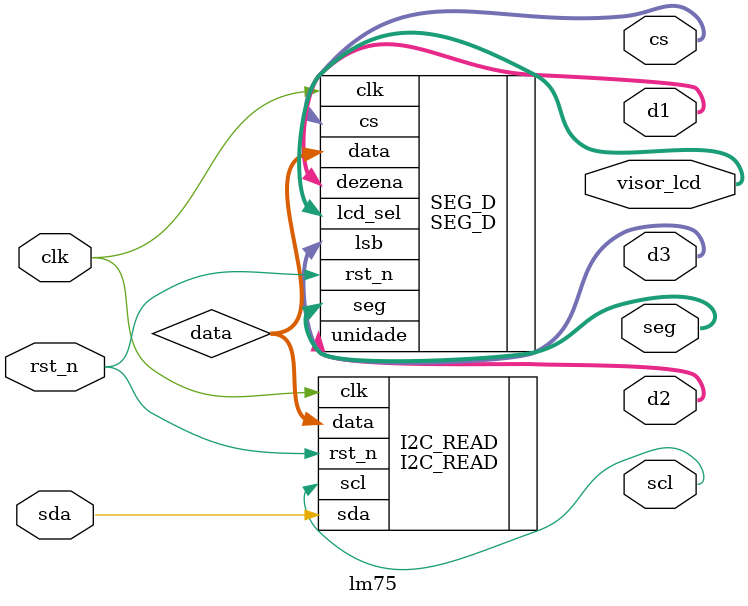
<source format=v>
module lm75 (clk,rst_n,scl,sda,cs,seg,d1,d2,d3,visor_lcd);
input clk,rst_n; 
output scl;  
inout sda;
output[3:0] cs;  
output[7:0] seg;
//-----------ADICIONADOS---------
output[3:0] d1;
output[3:0] d2;
output[3:0] d3;
output[1:0] visor_lcd;
//--------------------------------
wire done;    
wire[15:0] data;
I2C_READ I2C_READ(
        .clk(clk),
 .rst_n(rst_n),
 .scl(scl),
 .sda(sda),
 .data(data)
              );
SEG_D  SEG_D(
       .clk(clk),
.rst_n(rst_n),
.cs(cs),
.seg(seg),
.data(data),
.dezena(d1),
.unidade(d2),
.lsb(d3),
.lcd_sel(visor_lcd)
         );
endmodule

</source>
